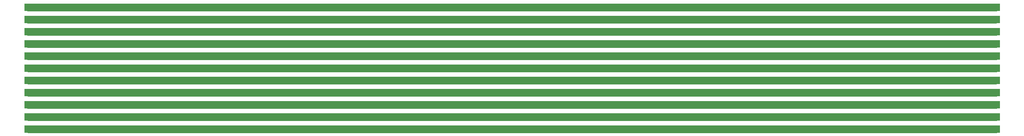
<source format=gtl>
G04 Layer: TopLayer*
G04 EasyEDA Pro v2.2.40.8, 2025-09-13 20:07:49*
G04 Gerber Generator version 0.3*
G04 Scale: 100 percent, Rotated: No, Reflected: No*
G04 Dimensions in millimeters*
G04 Leading zeros omitted, absolute positions, 4 integers and 5 decimals*
G04 Generated by one-click*
%FSLAX45Y45*%
%MOMM*%
%AMPolygonMacro1*4,1,6,2.6035,-0.78047,-2.57334,-0.78047,-2.6035,-0.75031,-2.6035,0.78047,2.59673,0.78047,2.6035,0.77369,2.6035,-0.78047,0*%
%ADD10C,1.5875*%
%ADD11PolygonMacro1*%
%ADD12C,0.0813*%
G75*


G04 PolygonModel Start*
G54D10*
G01X20241781Y3975100D02*
G01X147626Y3975100D01*
G01X20241781Y1435100D02*
G01X151547Y1435100D01*
G01X20239799Y3721100D02*
G01X148066Y3721100D01*
G01X20242773Y3467100D02*
G01X149828Y3467100D01*
G01X20244755Y2959100D02*
G01X149828Y2959100D01*
G01X20242773Y2705100D02*
G01X151150Y2705100D01*
G01X20240790Y2451100D02*
G01X150709Y2451100D01*
G01X20242773Y2197100D02*
G01X151150Y2197100D01*
G01X20241781Y1943100D02*
G01X148947Y1943100D01*
G01X20244755Y1689100D02*
G01X151150Y1689100D01*
G01X20242773Y3213100D02*
G01X149388Y3213100D01*

G04 Pad Start*
G54D11*
G01X20066000Y3721099D03*
G01X20066000Y3975099D03*
G01X20066000Y3467099D03*
G01X20066000Y3213099D03*
G01X20066000Y2959099D03*
G01X20066000Y2705099D03*
G01X20066000Y2451099D03*
G01X20066000Y2197099D03*
G01X20066000Y1943099D03*
G01X20066000Y1689099D03*
G01X20066000Y1435099D03*
G01X328987Y3975100D03*
G01X328987Y3721100D03*
G01X328987Y3467100D03*
G01X330200Y3213099D03*
G01X330200Y2959099D03*
G01X330200Y2705099D03*
G01X328987Y2451100D03*
G01X331217Y2197100D03*
G01X328987Y1943100D03*
G01X328987Y1689100D03*
G01X333446Y1435100D03*
G04 Pad End*

M02*


</source>
